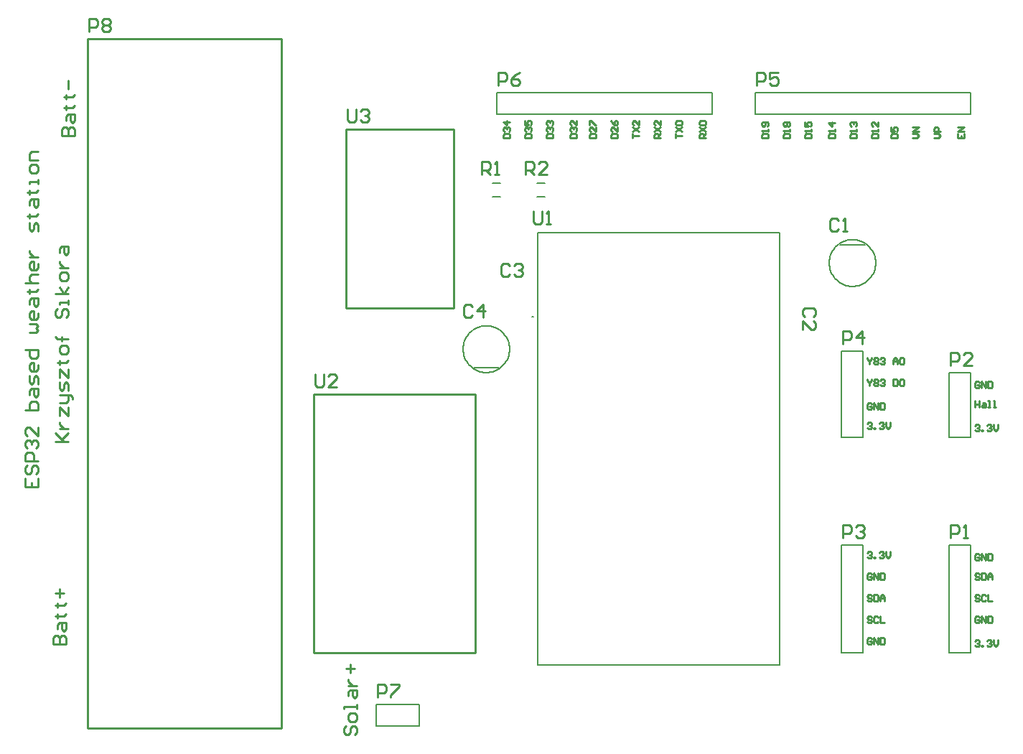
<source format=gto>
G04*
G04 #@! TF.GenerationSoftware,Altium Limited,Altium Designer,23.3.1 (30)*
G04*
G04 Layer_Color=65535*
%FSLAX25Y25*%
%MOIN*%
G70*
G04*
G04 #@! TF.SameCoordinates,27A53AFF-B7D0-4960-851C-DE89EC337BCC*
G04*
G04*
G04 #@! TF.FilePolarity,Positive*
G04*
G01*
G75*
%ADD10C,0.00787*%
%ADD11C,0.00591*%
%ADD12C,0.00500*%
%ADD13C,0.01000*%
D10*
X421929Y381000D02*
X421142D01*
X421929D01*
X394094Y357598D02*
X405905D01*
X615000Y325000D02*
X625000D01*
X615000D02*
Y355000D01*
X625000D01*
Y325000D02*
Y355000D01*
X565000Y275000D02*
X575000D01*
Y225000D02*
Y275000D01*
X565000Y225000D02*
Y275000D01*
Y225000D02*
X575000D01*
X565000Y365000D02*
X575000D01*
Y325000D02*
Y365000D01*
X565000Y325000D02*
Y365000D01*
Y325000D02*
X575000D01*
X405000Y475000D02*
X497500D01*
X505000D01*
Y485000D01*
X405000D02*
X505000D01*
X405000Y475000D02*
Y485000D01*
X348953Y201047D02*
X368953D01*
X348953Y191047D02*
Y201047D01*
Y191047D02*
X368953D01*
Y201047D01*
X423358Y436850D02*
X427083D01*
X423358Y443150D02*
X427083D01*
X525000Y475000D02*
Y485000D01*
X625000D01*
Y475000D02*
Y485000D01*
X617500Y475000D02*
X625000D01*
X525000D02*
X617500D01*
X402917Y443150D02*
X406642D01*
X402917Y436850D02*
X406642D01*
X615000Y225000D02*
X625000D01*
X615000D02*
Y275000D01*
X625000Y225000D02*
Y275000D01*
X615000D02*
X625000D01*
X564094Y414528D02*
X575906D01*
D11*
X410827Y366063D02*
X410781Y367062D01*
X410642Y368052D01*
X410414Y369026D01*
X410096Y369974D01*
X409692Y370889D01*
X409205Y371763D01*
X408640Y372588D01*
X408001Y373357D01*
X407294Y374064D01*
X406525Y374703D01*
X405700Y375268D01*
X404826Y375755D01*
X403911Y376159D01*
X402963Y376477D01*
X401989Y376705D01*
X400999Y376844D01*
X400000Y376890D01*
X399001Y376844D01*
X398011Y376705D01*
X397037Y376477D01*
X396089Y376159D01*
X395174Y375755D01*
X394300Y375268D01*
X393475Y374703D01*
X392706Y374064D01*
X391999Y373357D01*
X391360Y372588D01*
X390795Y371763D01*
X390308Y370889D01*
X389904Y369974D01*
X389586Y369026D01*
X389358Y368052D01*
X389219Y367062D01*
X389173Y366063D01*
X389219Y365064D01*
X389358Y364074D01*
X389586Y363100D01*
X389904Y362152D01*
X390308Y361237D01*
X390795Y360363D01*
X391360Y359538D01*
X391999Y358769D01*
X392706Y358062D01*
X393475Y357423D01*
X394300Y356858D01*
X395174Y356371D01*
X396089Y355967D01*
X397037Y355649D01*
X398011Y355421D01*
X399001Y355282D01*
X400000Y355236D01*
X400999Y355282D01*
X401989Y355421D01*
X402963Y355649D01*
X403911Y355967D01*
X404826Y356371D01*
X405700Y356858D01*
X406525Y357423D01*
X407294Y358062D01*
X408001Y358769D01*
X408640Y359538D01*
X409205Y360363D01*
X409692Y361237D01*
X410096Y362152D01*
X410414Y363100D01*
X410642Y364074D01*
X410781Y365064D01*
X410827Y366063D01*
X580827Y406063D02*
X580781Y407062D01*
X580642Y408052D01*
X580413Y409026D01*
X580096Y409974D01*
X579692Y410889D01*
X579205Y411763D01*
X578640Y412588D01*
X578001Y413357D01*
X577294Y414064D01*
X576525Y414703D01*
X575700Y415268D01*
X574826Y415755D01*
X573911Y416159D01*
X572963Y416476D01*
X571989Y416705D01*
X570999Y416844D01*
X570000Y416890D01*
X569001Y416844D01*
X568011Y416705D01*
X567037Y416476D01*
X566089Y416159D01*
X565174Y415755D01*
X564300Y415268D01*
X563475Y414703D01*
X562706Y414064D01*
X561999Y413357D01*
X561360Y412588D01*
X560795Y411763D01*
X560308Y410889D01*
X559904Y409974D01*
X559586Y409026D01*
X559358Y408052D01*
X559219Y407062D01*
X559173Y406063D01*
X559219Y405064D01*
X559358Y404074D01*
X559586Y403100D01*
X559904Y402152D01*
X560308Y401237D01*
X560795Y400363D01*
X561360Y399538D01*
X561999Y398769D01*
X562706Y398062D01*
X563475Y397423D01*
X564300Y396858D01*
X565174Y396371D01*
X566089Y395967D01*
X567037Y395650D01*
X568011Y395421D01*
X569001Y395282D01*
X570000Y395236D01*
X570999Y395282D01*
X571989Y395421D01*
X572963Y395650D01*
X573911Y395967D01*
X574826Y396371D01*
X575700Y396858D01*
X576525Y397423D01*
X577294Y398062D01*
X578001Y398769D01*
X578640Y399538D01*
X579205Y400363D01*
X579692Y401237D01*
X580096Y402152D01*
X580413Y403100D01*
X580642Y404074D01*
X580781Y405064D01*
X580827Y406063D01*
D12*
X536024Y219622D02*
Y420213D01*
X423779Y219622D02*
X536024D01*
X423779Y420213D02*
X536024D01*
X423779Y219622D02*
Y420213D01*
X467358D01*
X493780D01*
X536024D01*
X423779Y219622D02*
Y420213D01*
X536024Y219622D02*
Y420213D01*
X423779Y219622D02*
X444921D01*
X514567D01*
X536024D01*
D13*
X215000Y190000D02*
X305000D01*
Y510000D01*
X215000D02*
X305000D01*
X215000D02*
X215000Y190000D01*
X395000Y345000D02*
X395000Y225000D01*
X320000D02*
X395000D01*
X320000D02*
Y345000D01*
X395000D01*
X335000Y385000D02*
Y468000D01*
X385000D01*
Y385000D02*
Y468000D01*
X335000Y385000D02*
X385000D01*
X502000Y464000D02*
X499001D01*
Y465499D01*
X499501Y465999D01*
X500500D01*
X501000Y465499D01*
Y464000D01*
Y465000D02*
X502000Y465999D01*
X499001Y466999D02*
X502000Y468998D01*
X499001D02*
X502000Y466999D01*
X499501Y469998D02*
X499001Y470498D01*
Y471498D01*
X499501Y471997D01*
X501500D01*
X502000Y471498D01*
Y470498D01*
X501500Y469998D01*
X499501D01*
X488001Y464000D02*
Y465999D01*
Y465000D01*
X491000D01*
X488001Y466999D02*
X491000Y468998D01*
X488001D02*
X491000Y466999D01*
X488501Y469998D02*
X488001Y470498D01*
Y471498D01*
X488501Y471997D01*
X490500D01*
X491000Y471498D01*
Y470498D01*
X490500Y469998D01*
X488501D01*
X481000Y464000D02*
X478001D01*
Y465499D01*
X478501Y465999D01*
X479500D01*
X480000Y465499D01*
Y464000D01*
Y465000D02*
X481000Y465999D01*
X478001Y466999D02*
X481000Y468998D01*
X478001D02*
X481000Y466999D01*
Y471997D02*
Y469998D01*
X479001Y471997D01*
X478501D01*
X478001Y471498D01*
Y470498D01*
X478501Y469998D01*
X468001Y464000D02*
Y465999D01*
Y465000D01*
X471000D01*
X468001Y466999D02*
X471000Y468998D01*
X468001D02*
X471000Y466999D01*
Y471997D02*
Y469998D01*
X469001Y471997D01*
X468501D01*
X468001Y471498D01*
Y470498D01*
X468501Y469998D01*
X458001Y464000D02*
X461000D01*
Y465499D01*
X460500Y465999D01*
X458501D01*
X458001Y465499D01*
Y464000D01*
X461000Y468998D02*
Y466999D01*
X459001Y468998D01*
X458501D01*
X458001Y468499D01*
Y467499D01*
X458501Y466999D01*
X458001Y471997D02*
X458501Y470998D01*
X459501Y469998D01*
X460500D01*
X461000Y470498D01*
Y471498D01*
X460500Y471997D01*
X460000D01*
X459501Y471498D01*
Y469998D01*
X448001Y464000D02*
X451000D01*
Y465499D01*
X450500Y465999D01*
X448501D01*
X448001Y465499D01*
Y464000D01*
X451000Y468998D02*
Y466999D01*
X449001Y468998D01*
X448501D01*
X448001Y468499D01*
Y467499D01*
X448501Y466999D01*
X448001Y469998D02*
Y471997D01*
X448501D01*
X450500Y469998D01*
X451000D01*
X439001Y464000D02*
X442000D01*
Y465499D01*
X441500Y465999D01*
X439501D01*
X439001Y465499D01*
Y464000D01*
X439501Y466999D02*
X439001Y467499D01*
Y468499D01*
X439501Y468998D01*
X440001D01*
X440500Y468499D01*
Y467999D01*
Y468499D01*
X441000Y468998D01*
X441500D01*
X442000Y468499D01*
Y467499D01*
X441500Y466999D01*
X442000Y471997D02*
Y469998D01*
X440001Y471997D01*
X439501D01*
X439001Y471498D01*
Y470498D01*
X439501Y469998D01*
X428001Y464000D02*
X431000D01*
Y465499D01*
X430500Y465999D01*
X428501D01*
X428001Y465499D01*
Y464000D01*
X428501Y466999D02*
X428001Y467499D01*
Y468499D01*
X428501Y468998D01*
X429001D01*
X429500Y468499D01*
Y467999D01*
Y468499D01*
X430000Y468998D01*
X430500D01*
X431000Y468499D01*
Y467499D01*
X430500Y466999D01*
X428501Y469998D02*
X428001Y470498D01*
Y471498D01*
X428501Y471997D01*
X429001D01*
X429500Y471498D01*
Y470998D01*
Y471498D01*
X430000Y471997D01*
X430500D01*
X431000Y471498D01*
Y470498D01*
X430500Y469998D01*
X418001Y464000D02*
X421000D01*
Y465499D01*
X420500Y465999D01*
X418501D01*
X418001Y465499D01*
Y464000D01*
X418501Y466999D02*
X418001Y467499D01*
Y468499D01*
X418501Y468998D01*
X419001D01*
X419500Y468499D01*
Y467999D01*
Y468499D01*
X420000Y468998D01*
X420500D01*
X421000Y468499D01*
Y467499D01*
X420500Y466999D01*
X418001Y471997D02*
Y469998D01*
X419500D01*
X419001Y470998D01*
Y471498D01*
X419500Y471997D01*
X420500D01*
X421000Y471498D01*
Y470498D01*
X420500Y469998D01*
X408001Y464000D02*
X411000D01*
Y465499D01*
X410500Y465999D01*
X408501D01*
X408001Y465499D01*
Y464000D01*
X408501Y466999D02*
X408001Y467499D01*
Y468499D01*
X408501Y468998D01*
X409001D01*
X409501Y468499D01*
Y467999D01*
Y468499D01*
X410000Y468998D01*
X410500D01*
X411000Y468499D01*
Y467499D01*
X410500Y466999D01*
X411000Y471498D02*
X408001D01*
X409501Y469998D01*
Y471997D01*
X619001Y465999D02*
Y464000D01*
X622000D01*
Y465999D01*
X620501Y464000D02*
Y465000D01*
X622000Y466999D02*
X619001D01*
X622000Y468998D01*
X619001D01*
X608001Y464000D02*
X610000D01*
X611000Y465000D01*
X610000Y465999D01*
X608001D01*
X611000Y466999D02*
X608001D01*
Y468499D01*
X608501Y468998D01*
X609501D01*
X610000Y468499D01*
Y466999D01*
X598001Y464000D02*
X600000D01*
X601000Y465000D01*
X600000Y465999D01*
X598001D01*
X601000Y466999D02*
X598001D01*
X601000Y468998D01*
X598001D01*
X588001Y464000D02*
X591000D01*
Y465499D01*
X590500Y465999D01*
X588501D01*
X588001Y465499D01*
Y464000D01*
Y468998D02*
Y466999D01*
X589501D01*
X589001Y467999D01*
Y468499D01*
X589501Y468998D01*
X590500D01*
X591000Y468499D01*
Y467499D01*
X590500Y466999D01*
X579001Y464000D02*
X582000D01*
Y465499D01*
X581500Y465999D01*
X579501D01*
X579001Y465499D01*
Y464000D01*
X582000Y466999D02*
Y467999D01*
Y467499D01*
X579001D01*
X579501Y466999D01*
X582000Y471498D02*
Y469498D01*
X580001Y471498D01*
X579501D01*
X579001Y470998D01*
Y469998D01*
X579501Y469498D01*
X569001Y464000D02*
X572000D01*
Y465499D01*
X571500Y465999D01*
X569501D01*
X569001Y465499D01*
Y464000D01*
X572000Y466999D02*
Y467999D01*
Y467499D01*
X569001D01*
X569501Y466999D01*
Y469498D02*
X569001Y469998D01*
Y470998D01*
X569501Y471498D01*
X570001D01*
X570501Y470998D01*
Y470498D01*
Y470998D01*
X571000Y471498D01*
X571500D01*
X572000Y470998D01*
Y469998D01*
X571500Y469498D01*
X559001Y464000D02*
X562000D01*
Y465499D01*
X561500Y465999D01*
X559501D01*
X559001Y465499D01*
Y464000D01*
X562000Y466999D02*
Y467999D01*
Y467499D01*
X559001D01*
X559501Y466999D01*
X562000Y470998D02*
X559001D01*
X560500Y469498D01*
Y471498D01*
X548001Y464000D02*
X551000D01*
Y465499D01*
X550500Y465999D01*
X548501D01*
X548001Y465499D01*
Y464000D01*
X551000Y466999D02*
Y467999D01*
Y467499D01*
X548001D01*
X548501Y466999D01*
X548001Y471498D02*
Y469498D01*
X549501D01*
X549001Y470498D01*
Y470998D01*
X549501Y471498D01*
X550500D01*
X551000Y470998D01*
Y469998D01*
X550500Y469498D01*
X538001Y464000D02*
X541000D01*
Y465499D01*
X540500Y465999D01*
X538501D01*
X538001Y465499D01*
Y464000D01*
X541000Y466999D02*
Y467999D01*
Y467499D01*
X538001D01*
X538501Y466999D01*
Y469498D02*
X538001Y469998D01*
Y470998D01*
X538501Y471498D01*
X539001D01*
X539501Y470998D01*
X540000Y471498D01*
X540500D01*
X541000Y470998D01*
Y469998D01*
X540500Y469498D01*
X540000D01*
X539501Y469998D01*
X539001Y469498D01*
X538501D01*
X539501Y469998D02*
Y470998D01*
X528001Y464000D02*
X531000D01*
Y465499D01*
X530500Y465999D01*
X528501D01*
X528001Y465499D01*
Y464000D01*
X531000Y466999D02*
Y467999D01*
Y467499D01*
X528001D01*
X528501Y466999D01*
X530500Y469498D02*
X531000Y469998D01*
Y470998D01*
X530500Y471498D01*
X528501D01*
X528001Y470998D01*
Y469998D01*
X528501Y469498D01*
X529001D01*
X529500Y469998D01*
Y471498D01*
X577000Y361999D02*
Y361499D01*
X578000Y360500D01*
X578999Y361499D01*
Y361999D01*
X578000Y360500D02*
Y359000D01*
X579999Y361499D02*
X580499Y361999D01*
X581498D01*
X581998Y361499D01*
Y360999D01*
X581498Y360500D01*
X581998Y360000D01*
Y359500D01*
X581498Y359000D01*
X580499D01*
X579999Y359500D01*
Y360000D01*
X580499Y360500D01*
X579999Y360999D01*
Y361499D01*
X580499Y360500D02*
X581498D01*
X582998Y361499D02*
X583498Y361999D01*
X584498D01*
X584997Y361499D01*
Y360999D01*
X584498Y360500D01*
X583998D01*
X584498D01*
X584997Y360000D01*
Y359500D01*
X584498Y359000D01*
X583498D01*
X582998Y359500D01*
X588996Y359000D02*
Y360999D01*
X589996Y361999D01*
X590996Y360999D01*
Y359000D01*
Y360500D01*
X588996D01*
X591995Y361499D02*
X592495Y361999D01*
X593495D01*
X593995Y361499D01*
Y359500D01*
X593495Y359000D01*
X592495D01*
X591995Y359500D01*
Y361499D01*
X577000Y351999D02*
Y351499D01*
X578000Y350500D01*
X578999Y351499D01*
Y351999D01*
X578000Y350500D02*
Y349000D01*
X579999Y351499D02*
X580499Y351999D01*
X581498D01*
X581998Y351499D01*
Y350999D01*
X581498Y350500D01*
X581998Y350000D01*
Y349500D01*
X581498Y349000D01*
X580499D01*
X579999Y349500D01*
Y350000D01*
X580499Y350500D01*
X579999Y350999D01*
Y351499D01*
X580499Y350500D02*
X581498D01*
X582998Y351499D02*
X583498Y351999D01*
X584498D01*
X584997Y351499D01*
Y350999D01*
X584498Y350500D01*
X583998D01*
X584498D01*
X584997Y350000D01*
Y349500D01*
X584498Y349000D01*
X583498D01*
X582998Y349500D01*
X588996Y351999D02*
Y349000D01*
X590496D01*
X590996Y349500D01*
Y351499D01*
X590496Y351999D01*
X588996D01*
X591995Y351499D02*
X592495Y351999D01*
X593495D01*
X593995Y351499D01*
Y349500D01*
X593495Y349000D01*
X592495D01*
X591995Y349500D01*
Y351499D01*
X578999Y231499D02*
X578500Y231999D01*
X577500D01*
X577000Y231499D01*
Y229500D01*
X577500Y229000D01*
X578500D01*
X578999Y229500D01*
Y230500D01*
X578000D01*
X579999Y229000D02*
Y231999D01*
X581998Y229000D01*
Y231999D01*
X582998D02*
Y229000D01*
X584498D01*
X584997Y229500D01*
Y231499D01*
X584498Y231999D01*
X582998D01*
X578999Y241499D02*
X578500Y241999D01*
X577500D01*
X577000Y241499D01*
Y240999D01*
X577500Y240499D01*
X578500D01*
X578999Y240000D01*
Y239500D01*
X578500Y239000D01*
X577500D01*
X577000Y239500D01*
X581998Y241499D02*
X581498Y241999D01*
X580499D01*
X579999Y241499D01*
Y239500D01*
X580499Y239000D01*
X581498D01*
X581998Y239500D01*
X582998Y241999D02*
Y239000D01*
X584997D01*
X578999Y251499D02*
X578500Y251999D01*
X577500D01*
X577000Y251499D01*
Y250999D01*
X577500Y250500D01*
X578500D01*
X578999Y250000D01*
Y249500D01*
X578500Y249000D01*
X577500D01*
X577000Y249500D01*
X579999Y251999D02*
Y249000D01*
X581498D01*
X581998Y249500D01*
Y251499D01*
X581498Y251999D01*
X579999D01*
X582998Y249000D02*
Y250999D01*
X583998Y251999D01*
X584997Y250999D01*
Y249000D01*
Y250500D01*
X582998D01*
X578999Y340499D02*
X578500Y340999D01*
X577500D01*
X577000Y340499D01*
Y338500D01*
X577500Y338000D01*
X578500D01*
X578999Y338500D01*
Y339499D01*
X578000D01*
X579999Y338000D02*
Y340999D01*
X581998Y338000D01*
Y340999D01*
X582998D02*
Y338000D01*
X584498D01*
X584997Y338500D01*
Y340499D01*
X584498Y340999D01*
X582998D01*
X578999Y261499D02*
X578500Y261999D01*
X577500D01*
X577000Y261499D01*
Y259500D01*
X577500Y259000D01*
X578500D01*
X578999Y259500D01*
Y260500D01*
X578000D01*
X579999Y259000D02*
Y261999D01*
X581998Y259000D01*
Y261999D01*
X582998D02*
Y259000D01*
X584498D01*
X584997Y259500D01*
Y261499D01*
X584498Y261999D01*
X582998D01*
X628999Y270499D02*
X628500Y270999D01*
X627500D01*
X627000Y270499D01*
Y268500D01*
X627500Y268000D01*
X628500D01*
X628999Y268500D01*
Y269499D01*
X628000D01*
X629999Y268000D02*
Y270999D01*
X631998Y268000D01*
Y270999D01*
X632998D02*
Y268000D01*
X634498D01*
X634997Y268500D01*
Y270499D01*
X634498Y270999D01*
X632998D01*
X628999Y261499D02*
X628500Y261999D01*
X627500D01*
X627000Y261499D01*
Y260999D01*
X627500Y260500D01*
X628500D01*
X628999Y260000D01*
Y259500D01*
X628500Y259000D01*
X627500D01*
X627000Y259500D01*
X629999Y261999D02*
Y259000D01*
X631498D01*
X631998Y259500D01*
Y261499D01*
X631498Y261999D01*
X629999D01*
X632998Y259000D02*
Y260999D01*
X633998Y261999D01*
X634997Y260999D01*
Y259000D01*
Y260500D01*
X632998D01*
X628999Y251499D02*
X628500Y251999D01*
X627500D01*
X627000Y251499D01*
Y250999D01*
X627500Y250500D01*
X628500D01*
X628999Y250000D01*
Y249500D01*
X628500Y249000D01*
X627500D01*
X627000Y249500D01*
X631998Y251499D02*
X631498Y251999D01*
X630499D01*
X629999Y251499D01*
Y249500D01*
X630499Y249000D01*
X631498D01*
X631998Y249500D01*
X632998Y251999D02*
Y249000D01*
X634997D01*
X628999Y241499D02*
X628500Y241999D01*
X627500D01*
X627000Y241499D01*
Y239500D01*
X627500Y239000D01*
X628500D01*
X628999Y239500D01*
Y240499D01*
X628000D01*
X629999Y239000D02*
Y241999D01*
X631998Y239000D01*
Y241999D01*
X632998D02*
Y239000D01*
X634498D01*
X634997Y239500D01*
Y241499D01*
X634498Y241999D01*
X632998D01*
X627000Y230499D02*
X627500Y230999D01*
X628500D01*
X628999Y230499D01*
Y229999D01*
X628500Y229500D01*
X628000D01*
X628500D01*
X628999Y229000D01*
Y228500D01*
X628500Y228000D01*
X627500D01*
X627000Y228500D01*
X629999Y228000D02*
Y228500D01*
X630499D01*
Y228000D01*
X629999D01*
X632498Y230499D02*
X632998Y230999D01*
X633998D01*
X634498Y230499D01*
Y229999D01*
X633998Y229500D01*
X633498D01*
X633998D01*
X634498Y229000D01*
Y228500D01*
X633998Y228000D01*
X632998D01*
X632498Y228500D01*
X635497Y230999D02*
Y229000D01*
X636497Y228000D01*
X637497Y229000D01*
Y230999D01*
X577000Y271499D02*
X577500Y271999D01*
X578500D01*
X578999Y271499D01*
Y270999D01*
X578500Y270499D01*
X578000D01*
X578500D01*
X578999Y270000D01*
Y269500D01*
X578500Y269000D01*
X577500D01*
X577000Y269500D01*
X579999Y269000D02*
Y269500D01*
X580499D01*
Y269000D01*
X579999D01*
X582498Y271499D02*
X582998Y271999D01*
X583998D01*
X584498Y271499D01*
Y270999D01*
X583998Y270499D01*
X583498D01*
X583998D01*
X584498Y270000D01*
Y269500D01*
X583998Y269000D01*
X582998D01*
X582498Y269500D01*
X585497Y271999D02*
Y270000D01*
X586497Y269000D01*
X587497Y270000D01*
Y271999D01*
X577000Y331499D02*
X577500Y331999D01*
X578500D01*
X578999Y331499D01*
Y330999D01*
X578500Y330500D01*
X578000D01*
X578500D01*
X578999Y330000D01*
Y329500D01*
X578500Y329000D01*
X577500D01*
X577000Y329500D01*
X579999Y329000D02*
Y329500D01*
X580499D01*
Y329000D01*
X579999D01*
X582498Y331499D02*
X582998Y331999D01*
X583998D01*
X584498Y331499D01*
Y330999D01*
X583998Y330500D01*
X583498D01*
X583998D01*
X584498Y330000D01*
Y329500D01*
X583998Y329000D01*
X582998D01*
X582498Y329500D01*
X585497Y331999D02*
Y330000D01*
X586497Y329000D01*
X587497Y330000D01*
Y331999D01*
X628999Y350499D02*
X628500Y350999D01*
X627500D01*
X627000Y350499D01*
Y348500D01*
X627500Y348000D01*
X628500D01*
X628999Y348500D01*
Y349500D01*
X628000D01*
X629999Y348000D02*
Y350999D01*
X631998Y348000D01*
Y350999D01*
X632998D02*
Y348000D01*
X634498D01*
X634997Y348500D01*
Y350499D01*
X634498Y350999D01*
X632998D01*
X627000Y330499D02*
X627500Y330999D01*
X628500D01*
X628999Y330499D01*
Y329999D01*
X628500Y329500D01*
X628000D01*
X628500D01*
X628999Y329000D01*
Y328500D01*
X628500Y328000D01*
X627500D01*
X627000Y328500D01*
X629999Y328000D02*
Y328500D01*
X630499D01*
Y328000D01*
X629999D01*
X632498Y330499D02*
X632998Y330999D01*
X633998D01*
X634498Y330499D01*
Y329999D01*
X633998Y329500D01*
X633498D01*
X633998D01*
X634498Y329000D01*
Y328500D01*
X633998Y328000D01*
X632998D01*
X632498Y328500D01*
X635497Y330999D02*
Y329000D01*
X636497Y328000D01*
X637497Y329000D01*
Y330999D01*
X627000Y341999D02*
Y339000D01*
Y340499D01*
X628999D01*
Y341999D01*
Y339000D01*
X630499Y340999D02*
X631498D01*
X631998Y340499D01*
Y339000D01*
X630499D01*
X629999Y339500D01*
X630499Y340000D01*
X631998D01*
X632998Y339000D02*
X633998D01*
X633498D01*
Y341999D01*
X632998D01*
X635497Y339000D02*
X636497D01*
X635997D01*
Y341999D01*
X635497D01*
X200003Y323000D02*
X206001D01*
X204001D01*
X200003Y326999D01*
X203002Y324000D01*
X206001Y326999D01*
X202002Y328998D02*
X206001D01*
X204001D01*
X203002Y329998D01*
X202002Y330997D01*
Y331997D01*
Y334996D02*
Y338995D01*
X206001Y334996D01*
Y338995D01*
X202002Y340994D02*
X205001D01*
X206001Y341994D01*
Y344993D01*
X207000D01*
X208000Y343993D01*
Y342993D01*
X206001Y344993D02*
X202002D01*
X206001Y346992D02*
Y349991D01*
X205001Y350991D01*
X204001Y349991D01*
Y347992D01*
X203002Y346992D01*
X202002Y347992D01*
Y350991D01*
Y352990D02*
Y356989D01*
X206001Y352990D01*
Y356989D01*
X201002Y359988D02*
X202002D01*
Y358988D01*
Y360988D01*
Y359988D01*
X205001D01*
X206001Y360988D01*
Y364986D02*
Y366986D01*
X205001Y367985D01*
X203002D01*
X202002Y366986D01*
Y364986D01*
X203002Y363987D01*
X205001D01*
X206001Y364986D01*
Y370985D02*
X201002D01*
X203002D01*
Y369985D01*
Y371984D01*
Y370985D01*
X201002D01*
X200003Y371984D01*
X201002Y384980D02*
X200003Y383980D01*
Y381981D01*
X201002Y380981D01*
X202002D01*
X203002Y381981D01*
Y383980D01*
X204001Y384980D01*
X205001D01*
X206001Y383980D01*
Y381981D01*
X205001Y380981D01*
X206001Y386979D02*
Y388979D01*
Y387979D01*
X202002D01*
Y386979D01*
X206001Y391978D02*
X200003D01*
X204001D02*
X202002Y394977D01*
X204001Y391978D02*
X206001Y394977D01*
Y398975D02*
Y400975D01*
X205001Y401974D01*
X203002D01*
X202002Y400975D01*
Y398975D01*
X203002Y397976D01*
X205001D01*
X206001Y398975D01*
X202002Y403974D02*
X206001D01*
X204001D01*
X203002Y404974D01*
X202002Y405973D01*
Y406973D01*
Y410971D02*
Y412971D01*
X203002Y413971D01*
X206001D01*
Y410971D01*
X205001Y409972D01*
X204001Y410971D01*
Y413971D01*
X186002Y305999D02*
Y302000D01*
X192000D01*
Y305999D01*
X189001Y302000D02*
Y303999D01*
X187002Y311997D02*
X186002Y310997D01*
Y308998D01*
X187002Y307998D01*
X188001D01*
X189001Y308998D01*
Y310997D01*
X190001Y311997D01*
X191000D01*
X192000Y310997D01*
Y308998D01*
X191000Y307998D01*
X192000Y313996D02*
X186002D01*
Y316995D01*
X187002Y317995D01*
X189001D01*
X190001Y316995D01*
Y313996D01*
X187002Y319994D02*
X186002Y320994D01*
Y322993D01*
X187002Y323993D01*
X188001D01*
X189001Y322993D01*
Y321993D01*
Y322993D01*
X190001Y323993D01*
X191000D01*
X192000Y322993D01*
Y320994D01*
X191000Y319994D01*
X192000Y329991D02*
Y325992D01*
X188001Y329991D01*
X187002D01*
X186002Y328991D01*
Y326992D01*
X187002Y325992D01*
X186002Y337988D02*
X192000D01*
Y340987D01*
X191000Y341987D01*
X190001D01*
X189001D01*
X188001Y340987D01*
Y337988D01*
Y344986D02*
Y346985D01*
X189001Y347985D01*
X192000D01*
Y344986D01*
X191000Y343986D01*
X190001Y344986D01*
Y347985D01*
X192000Y349985D02*
Y352983D01*
X191000Y353983D01*
X190001Y352983D01*
Y350984D01*
X189001Y349985D01*
X188001Y350984D01*
Y353983D01*
X192000Y358982D02*
Y356982D01*
X191000Y355982D01*
X189001D01*
X188001Y356982D01*
Y358982D01*
X189001Y359981D01*
X190001D01*
Y355982D01*
X186002Y365979D02*
X192000D01*
Y362980D01*
X191000Y361981D01*
X189001D01*
X188001Y362980D01*
Y365979D01*
Y373977D02*
X191000D01*
X192000Y374976D01*
X191000Y375976D01*
X192000Y376976D01*
X191000Y377975D01*
X188001D01*
X192000Y382974D02*
Y380975D01*
X191000Y379975D01*
X189001D01*
X188001Y380975D01*
Y382974D01*
X189001Y383974D01*
X190001D01*
Y379975D01*
X188001Y386972D02*
Y388972D01*
X189001Y389971D01*
X192000D01*
Y386972D01*
X191000Y385973D01*
X190001Y386972D01*
Y389971D01*
X187002Y392971D02*
X188001D01*
Y391971D01*
Y393970D01*
Y392971D01*
X191000D01*
X192000Y393970D01*
X186002Y396969D02*
X192000D01*
X189001D01*
X188001Y397969D01*
Y399968D01*
X189001Y400968D01*
X192000D01*
Y405966D02*
Y403967D01*
X191000Y402967D01*
X189001D01*
X188001Y403967D01*
Y405966D01*
X189001Y406966D01*
X190001D01*
Y402967D01*
X188001Y408965D02*
X192000D01*
X190001D01*
X189001Y409965D01*
X188001Y410965D01*
Y411964D01*
X192000Y420962D02*
Y423960D01*
X191000Y424960D01*
X190001Y423960D01*
Y421961D01*
X189001Y420962D01*
X188001Y421961D01*
Y424960D01*
X187002Y427959D02*
X188001D01*
Y426960D01*
Y428959D01*
Y427959D01*
X191000D01*
X192000Y428959D01*
X188001Y432958D02*
Y434957D01*
X189001Y435957D01*
X192000D01*
Y432958D01*
X191000Y431958D01*
X190001Y432958D01*
Y435957D01*
X187002Y438956D02*
X188001D01*
Y437956D01*
Y439955D01*
Y438956D01*
X191000D01*
X192000Y439955D01*
Y442954D02*
Y444954D01*
Y443954D01*
X188001D01*
Y442954D01*
X192000Y448952D02*
Y450952D01*
X191000Y451952D01*
X189001D01*
X188001Y450952D01*
Y448952D01*
X189001Y447953D01*
X191000D01*
X192000Y448952D01*
Y453951D02*
X188001D01*
Y456950D01*
X189001Y457949D01*
X192000D01*
X335002Y190999D02*
X334002Y189999D01*
Y188000D01*
X335002Y187000D01*
X336001D01*
X337001Y188000D01*
Y189999D01*
X338001Y190999D01*
X339000D01*
X340000Y189999D01*
Y188000D01*
X339000Y187000D01*
X340000Y193998D02*
Y195997D01*
X339000Y196997D01*
X337001D01*
X336001Y195997D01*
Y193998D01*
X337001Y192998D01*
X339000D01*
X340000Y193998D01*
Y198996D02*
Y200995D01*
Y199996D01*
X334002D01*
Y198996D01*
X336001Y204994D02*
Y206994D01*
X337001Y207993D01*
X340000D01*
Y204994D01*
X339000Y203994D01*
X338001Y204994D01*
Y207993D01*
X336001Y209993D02*
X340000D01*
X338001D01*
X337001Y210992D01*
X336001Y211992D01*
Y212992D01*
X337001Y215991D02*
Y219989D01*
X335002Y217990D02*
X339000D01*
X203002Y465000D02*
X209000D01*
Y467999D01*
X208000Y468999D01*
X207001D01*
X206001Y467999D01*
Y465000D01*
Y467999D01*
X205001Y468999D01*
X204002D01*
X203002Y467999D01*
Y465000D01*
X205001Y471998D02*
Y473997D01*
X206001Y474997D01*
X209000D01*
Y471998D01*
X208000Y470998D01*
X207001Y471998D01*
Y474997D01*
X204002Y477996D02*
X205001D01*
Y476996D01*
Y478996D01*
Y477996D01*
X208000D01*
X209000Y478996D01*
X204002Y482994D02*
X205001D01*
Y481994D01*
Y483994D01*
Y482994D01*
X208000D01*
X209000Y483994D01*
X206001Y486993D02*
Y490992D01*
X199002Y229000D02*
X205000D01*
Y231999D01*
X204000Y232999D01*
X203001D01*
X202001Y231999D01*
Y229000D01*
Y231999D01*
X201001Y232999D01*
X200002D01*
X199002Y231999D01*
Y229000D01*
X201001Y235998D02*
Y237997D01*
X202001Y238997D01*
X205000D01*
Y235998D01*
X204000Y234998D01*
X203001Y235998D01*
Y238997D01*
X200002Y241996D02*
X201001D01*
Y240996D01*
Y242996D01*
Y241996D01*
X204000D01*
X205000Y242996D01*
X200002Y246994D02*
X201001D01*
Y245994D01*
Y247994D01*
Y246994D01*
X204000D01*
X205000Y247994D01*
X202001Y250993D02*
Y254992D01*
X200002Y252992D02*
X204000D01*
X421700Y430298D02*
Y425300D01*
X422700Y424300D01*
X424699D01*
X425699Y425300D01*
Y430298D01*
X427698Y424300D02*
X429697D01*
X428698D01*
Y430298D01*
X427698Y429298D01*
X335500Y477498D02*
Y472500D01*
X336500Y471500D01*
X338499D01*
X339499Y472500D01*
Y477498D01*
X341498Y476498D02*
X342498Y477498D01*
X344497D01*
X345497Y476498D01*
Y475499D01*
X344497Y474499D01*
X343497D01*
X344497D01*
X345497Y473499D01*
Y472500D01*
X344497Y471500D01*
X342498D01*
X341498Y472500D01*
X320500Y354498D02*
Y349500D01*
X321500Y348500D01*
X323499D01*
X324499Y349500D01*
Y354498D01*
X330497Y348500D02*
X326498D01*
X330497Y352499D01*
Y353498D01*
X329497Y354498D01*
X327498D01*
X326498Y353498D01*
X215500Y513500D02*
Y519498D01*
X218499D01*
X219499Y518498D01*
Y516499D01*
X218499Y515499D01*
X215500D01*
X221498Y518498D02*
X222498Y519498D01*
X224497D01*
X225497Y518498D01*
Y517499D01*
X224497Y516499D01*
X225497Y515499D01*
Y514500D01*
X224497Y513500D01*
X222498D01*
X221498Y514500D01*
Y515499D01*
X222498Y516499D01*
X221498Y517499D01*
Y518498D01*
X222498Y516499D02*
X224497D01*
X418300Y447200D02*
Y453198D01*
X421299D01*
X422299Y452198D01*
Y450199D01*
X421299Y449199D01*
X418300D01*
X420299D02*
X422299Y447200D01*
X428297D02*
X424298D01*
X428297Y451199D01*
Y452198D01*
X427297Y453198D01*
X425298D01*
X424298Y452198D01*
X397900Y447200D02*
Y453198D01*
X400899D01*
X401899Y452198D01*
Y450199D01*
X400899Y449199D01*
X397900D01*
X399899D02*
X401899Y447200D01*
X403898D02*
X405897D01*
X404898D01*
Y453198D01*
X403898Y452198D01*
X349600Y204400D02*
Y210398D01*
X352599D01*
X353599Y209398D01*
Y207399D01*
X352599Y206399D01*
X349600D01*
X355598Y210398D02*
X359597D01*
Y209398D01*
X355598Y205400D01*
Y204400D01*
X405600Y488400D02*
Y494398D01*
X408599D01*
X409599Y493398D01*
Y491399D01*
X408599Y490399D01*
X405600D01*
X415597Y494398D02*
X413597Y493398D01*
X411598Y491399D01*
Y489400D01*
X412598Y488400D01*
X414597D01*
X415597Y489400D01*
Y490399D01*
X414597Y491399D01*
X411598D01*
X525600Y488400D02*
Y494398D01*
X528599D01*
X529599Y493398D01*
Y491399D01*
X528599Y490399D01*
X525600D01*
X535597Y494398D02*
X531598D01*
Y491399D01*
X533597Y492399D01*
X534597D01*
X535597Y491399D01*
Y489400D01*
X534597Y488400D01*
X532598D01*
X531598Y489400D01*
X565600Y368400D02*
Y374398D01*
X568599D01*
X569599Y373398D01*
Y371399D01*
X568599Y370399D01*
X565600D01*
X574597Y368400D02*
Y374398D01*
X571598Y371399D01*
X575597D01*
X565600Y278400D02*
Y284398D01*
X568599D01*
X569599Y283398D01*
Y281399D01*
X568599Y280399D01*
X565600D01*
X571598Y283398D02*
X572598Y284398D01*
X574597D01*
X575597Y283398D01*
Y282399D01*
X574597Y281399D01*
X573597D01*
X574597D01*
X575597Y280399D01*
Y279400D01*
X574597Y278400D01*
X572598D01*
X571598Y279400D01*
X615600Y358400D02*
Y364398D01*
X618599D01*
X619599Y363398D01*
Y361399D01*
X618599Y360399D01*
X615600D01*
X625597Y358400D02*
X621598D01*
X625597Y362399D01*
Y363398D01*
X624597Y364398D01*
X622598D01*
X621598Y363398D01*
X615600Y278400D02*
Y284398D01*
X618599D01*
X619599Y283398D01*
Y281399D01*
X618599Y280399D01*
X615600D01*
X621598Y278400D02*
X623597D01*
X622598D01*
Y284398D01*
X621598Y283398D01*
X393399Y385698D02*
X392399Y386698D01*
X390400D01*
X389400Y385698D01*
Y381700D01*
X390400Y380700D01*
X392399D01*
X393399Y381700D01*
X398397Y380700D02*
Y386698D01*
X395398Y383699D01*
X399397D01*
X410999Y404798D02*
X409999Y405798D01*
X408000D01*
X407000Y404798D01*
Y400800D01*
X408000Y399800D01*
X409999D01*
X410999Y400800D01*
X412998Y404798D02*
X413998Y405798D01*
X415997D01*
X416997Y404798D01*
Y403799D01*
X415997Y402799D01*
X414997D01*
X415997D01*
X416997Y401799D01*
Y400800D01*
X415997Y399800D01*
X413998D01*
X412998Y400800D01*
X551999Y381000D02*
X552999Y381999D01*
Y383999D01*
X551999Y384998D01*
X548001D01*
X547001Y383999D01*
Y381999D01*
X548001Y381000D01*
X547001Y375002D02*
Y379000D01*
X551000Y375002D01*
X551999D01*
X552999Y376001D01*
Y378001D01*
X551999Y379000D01*
X563399Y425698D02*
X562399Y426698D01*
X560400D01*
X559400Y425698D01*
Y421700D01*
X560400Y420700D01*
X562399D01*
X563399Y421700D01*
X565398Y420700D02*
X567397D01*
X566398D01*
Y426698D01*
X565398Y425698D01*
M02*

</source>
